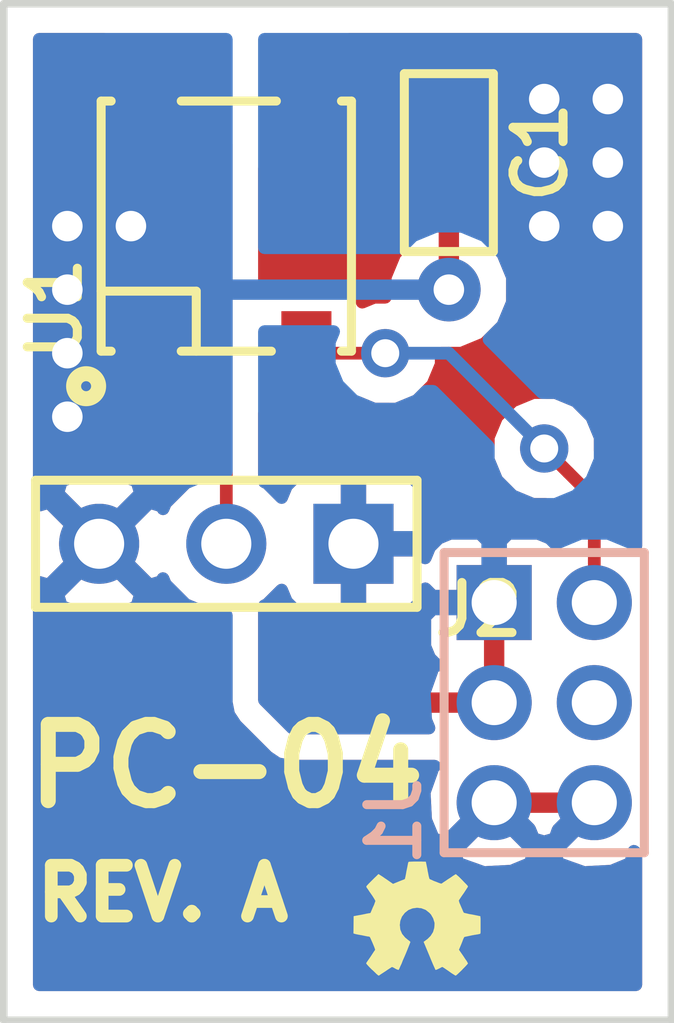
<source format=kicad_pcb>
(kicad_pcb (version 4) (host pcbnew "(2015-08-16 BZR 6095)-product")

  (general
    (links 0)
    (no_connects 8)
    (area 158.674999 93.269999 172.160001 113.740001)
    (thickness 1.6)
    (drawings 6)
    (tracks 44)
    (zones 0)
    (modules 5)
    (nets 6)
  )

  (page A4)
  (layers
    (0 F.Cu signal)
    (31 B.Cu signal)
    (32 B.Adhes user)
    (33 F.Adhes user)
    (34 B.Paste user)
    (35 F.Paste user)
    (36 B.SilkS user)
    (37 F.SilkS user)
    (38 B.Mask user)
    (39 F.Mask user)
    (40 Dwgs.User user)
    (41 Cmts.User user)
    (42 Eco1.User user)
    (43 Eco2.User user)
    (44 Edge.Cuts user)
    (45 Margin user)
    (46 B.CrtYd user)
    (47 F.CrtYd user)
    (48 B.Fab user)
    (49 F.Fab user)
  )

  (setup
    (last_trace_width 0.254)
    (trace_clearance 0.254)
    (zone_clearance 0.508)
    (zone_45_only no)
    (trace_min 0.2)
    (segment_width 0.2)
    (edge_width 0.15)
    (via_size 0.9652)
    (via_drill 0.5588)
    (via_min_size 0.4)
    (via_min_drill 0.3)
    (uvia_size 0.3)
    (uvia_drill 0.1)
    (uvias_allowed no)
    (uvia_min_size 0)
    (uvia_min_drill 0)
    (pcb_text_width 0.3)
    (pcb_text_size 1.5 1.5)
    (mod_edge_width 0.15)
    (mod_text_size 1 1)
    (mod_text_width 0.15)
    (pad_size 1.524 1.524)
    (pad_drill 0.762)
    (pad_to_mask_clearance 0.2)
    (aux_axis_origin 0 0)
    (visible_elements FFFFFF7F)
    (pcbplotparams
      (layerselection 0x00030_80000001)
      (usegerberextensions false)
      (excludeedgelayer true)
      (linewidth 0.100000)
      (plotframeref false)
      (viasonmask false)
      (mode 1)
      (useauxorigin false)
      (hpglpennumber 1)
      (hpglpenspeed 20)
      (hpglpendiameter 15)
      (hpglpenoverlay 2)
      (psnegative false)
      (psa4output false)
      (plotreference true)
      (plotvalue true)
      (plotinvisibletext false)
      (padsonsilk false)
      (subtractmaskfromsilk false)
      (outputformat 1)
      (mirror false)
      (drillshape 1)
      (scaleselection 1)
      (outputdirectory ""))
  )

  (net 0 "")
  (net 1 +5V)
  (net 2 GND)
  (net 3 "Net-(J1-Pad4)")
  (net 4 "Net-(J2-Pad2)")
  (net 5 "Net-(J1-Pad2)")

  (net_class Default "This is the default net class."
    (clearance 0.254)
    (trace_width 0.254)
    (via_dia 0.9652)
    (via_drill 0.5588)
    (uvia_dia 0.3)
    (uvia_drill 0.1)
    (add_net "Net-(J1-Pad2)")
    (add_net "Net-(J1-Pad4)")
    (add_net "Net-(J2-Pad2)")
  )

  (net_class Power ""
    (clearance 0.3048)
    (trace_width 0.4064)
    (via_dia 1.27)
    (via_drill 0.6096)
    (uvia_dia 0.3)
    (uvia_drill 0.1)
    (add_net +5V)
    (add_net GND)
  )

  (module SMT:C-0603 (layer F.Cu) (tedit 54F14543) (tstamp 55E602CC)
    (at 167.64 96.52 270)
    (descr "0603 (1608 metric)")
    (tags "smt 0603")
    (path /55E579A3)
    (fp_text reference C1 (at 0.889 -2.413 270) (layer F.SilkS)
      (effects (font (size 1 1) (thickness 0.18)) (justify left bottom))
    )
    (fp_text value CAP (at 0 2.032 270) (layer F.SilkS) hide
      (effects (font (size 1 1) (thickness 0.18)))
    )
    (fp_line (start -0.762 -0.381) (end 0.762 -0.381) (layer Dwgs.User) (width 0.05))
    (fp_line (start 0.762 -0.381) (end 0.762 0.381) (layer Dwgs.User) (width 0.05))
    (fp_line (start 0.762 0.381) (end -0.762 0.381) (layer Dwgs.User) (width 0.05))
    (fp_line (start -0.762 0.381) (end -0.762 -0.381) (layer Dwgs.User) (width 0.05))
    (fp_line (start -1.778 -0.889) (end 1.778 -0.889) (layer F.CrtYd) (width 0.05))
    (fp_line (start 1.778 -0.889) (end 1.778 0.889) (layer F.CrtYd) (width 0.05))
    (fp_line (start 1.778 0.889) (end -1.778 0.889) (layer F.CrtYd) (width 0.05))
    (fp_line (start -1.778 0.889) (end -1.778 -0.889) (layer F.CrtYd) (width 0.05))
    (fp_line (start -1.778 -0.889) (end 1.778 -0.889) (layer F.SilkS) (width 0.18))
    (fp_line (start 1.778 -0.889) (end 1.778 0.889) (layer F.SilkS) (width 0.18))
    (fp_line (start 1.778 0.889) (end -1.778 0.889) (layer F.SilkS) (width 0.18))
    (fp_line (start -1.778 0.889) (end -1.778 -0.889) (layer F.SilkS) (width 0.18))
    (pad 1 smd rect (at -0.85 0 270) (size 1.1 1) (layers F.Cu F.Paste F.Mask)
      (net 1 +5V))
    (pad 2 smd rect (at 0.85 0 270) (size 1.1 1) (layers F.Cu F.Paste F.Mask)
      (net 2 GND))
    (model smt.pretty/C-0603.wrl
      (at (xyz 0 0 0))
      (scale (xyz 1 1 0.8))
      (rotate (xyz 0 0 0))
    )
  )

  (module Conn-Header:2MM-HDR-M-2x03 (layer B.Cu) (tedit 55E53B2B) (tstamp 55E602DE)
    (at 169.545 107.315 90)
    (descr "Header - 2mm pitch - Male - Dual Row, Vertical, 6 pos.")
    (path /55E577B7)
    (fp_text reference J1 (at -1.397 -2.413 90) (layer B.SilkS)
      (effects (font (size 1 1) (thickness 0.18)) (justify left bottom mirror))
    )
    (fp_text value HEADER-2x03 (at 0 -3.81 90) (layer B.SilkS) hide
      (effects (font (size 1 1) (thickness 0.18)) (justify mirror))
    )
    (fp_line (start -3.5 2.5) (end 3.5 2.5) (layer B.CrtYd) (width 0.05))
    (fp_line (start 3.5 2.5) (end 3.5 -2.5) (layer B.CrtYd) (width 0.05))
    (fp_line (start 3.5 -2.5) (end -3.5 -2.5) (layer B.CrtYd) (width 0.05))
    (fp_line (start -3.5 -2.5) (end -3.5 2.5) (layer B.CrtYd) (width 0.05))
    (fp_line (start -3 -2) (end -3 2) (layer B.SilkS) (width 0.18))
    (fp_line (start 3 -2) (end -3 -2) (layer B.SilkS) (width 0.18))
    (fp_line (start 3 2) (end 3 -2) (layer B.SilkS) (width 0.18))
    (fp_line (start -3 2) (end 3 2) (layer B.SilkS) (width 0.18))
    (pad 1 thru_hole rect (at 2 -1 90) (size 1.5 1.5) (drill 0.9) (layers *.Cu *.Mask)
      (net 1 +5V))
    (pad 2 thru_hole circle (at 2 1 90) (size 1.5 1.5) (drill 0.9) (layers *.Cu *.Mask)
      (net 5 "Net-(J1-Pad2)"))
    (pad 3 thru_hole circle (at 0 -1 90) (size 1.5 1.5) (drill 0.9) (layers *.Cu *.Mask)
      (net 1 +5V))
    (pad 4 thru_hole circle (at 0 1 90) (size 1.5 1.5) (drill 0.9) (layers *.Cu *.Mask)
      (net 3 "Net-(J1-Pad4)"))
    (pad 5 thru_hole circle (at -2 -1 90) (size 1.5 1.5) (drill 0.9) (layers *.Cu *.Mask)
      (net 2 GND))
    (pad 6 thru_hole circle (at -2 1 90) (size 1.5 1.5) (drill 0.9) (layers *.Cu *.Mask)
      (net 2 GND))
  )

  (module Conn-Header:HDR-M-1x03 (layer F.Cu) (tedit 55027FFD) (tstamp 55E602ED)
    (at 163.195 104.14 180)
    (descr "Header - 100mil pitch - Male - Single Row, Vertical, 3 pos.")
    (path /55E57888)
    (fp_text reference J2 (at -4.064 -1.905 180) (layer F.SilkS)
      (effects (font (size 1 1) (thickness 0.18)) (justify left bottom))
    )
    (fp_text value HEADER-1x03 (at 0 2.667 180) (layer F.SilkS) hide
      (effects (font (size 1 1) (thickness 0.18)))
    )
    (fp_line (start -4.318 -1.778) (end 4.318 -1.778) (layer F.CrtYd) (width 0.05))
    (fp_line (start 4.318 -1.778) (end 4.318 1.778) (layer F.CrtYd) (width 0.05))
    (fp_line (start 4.318 1.778) (end -4.318 1.778) (layer F.CrtYd) (width 0.05))
    (fp_line (start -4.318 1.778) (end -4.318 -1.778) (layer F.CrtYd) (width 0.05))
    (fp_line (start -3.81 -1.27) (end 3.81 -1.27) (layer F.SilkS) (width 0.18))
    (fp_line (start 3.81 -1.27) (end 3.81 1.27) (layer F.SilkS) (width 0.18))
    (fp_line (start 3.81 1.27) (end -3.81 1.27) (layer F.SilkS) (width 0.18))
    (fp_line (start -3.81 1.27) (end -3.81 -1.27) (layer F.SilkS) (width 0.18))
    (pad 1 thru_hole rect (at -2.54 0 180) (size 1.6 1.6) (drill 1) (layers *.Cu *.Mask)
      (net 1 +5V))
    (pad 2 thru_hole circle (at 0 0 180) (size 1.6 1.6) (drill 1) (layers *.Cu *.Mask)
      (net 4 "Net-(J2-Pad2)"))
    (pad 3 thru_hole circle (at 2.54 0 180) (size 1.6 1.6) (drill 1) (layers *.Cu *.Mask)
      (net 2 GND))
    (model conn-header.pretty/HDR-M-1x03.wrl
      (at (xyz 0 0 0))
      (scale (xyz 1 1 1))
      (rotate (xyz 0 0 0))
    )
  )

  (module SMT:LED-5050 (layer F.Cu) (tedit 55999AC4) (tstamp 55E60304)
    (at 163.195 97.79 270)
    (path /55E5793D)
    (fp_text reference U1 (at 1.651 3.429 270) (layer F.SilkS)
      (effects (font (size 1 1) (thickness 0.18)))
    )
    (fp_text value WS2812B (at 0 3.9 270) (layer F.Fab) hide
      (effects (font (size 1 1) (thickness 0.18)))
    )
    (fp_line (start 2.5 0.6) (end 1.3 0.6) (layer F.SilkS) (width 0.18))
    (fp_line (start 1.3 0.6) (end 1.3 2.5) (layer F.SilkS) (width 0.18))
    (fp_line (start -3 -3) (end 3 -3) (layer F.CrtYd) (width 0.05))
    (fp_line (start 3 -3) (end 3 3) (layer F.CrtYd) (width 0.05))
    (fp_line (start 3 3) (end -3 3) (layer F.CrtYd) (width 0.05))
    (fp_line (start -3 3) (end -3 -3) (layer F.CrtYd) (width 0.05))
    (fp_circle (center 3.2 2.8) (end 3.3 2.8) (layer F.SilkS) (width 0.3))
    (fp_line (start 2.5 -2.3) (end 2.5 -2.5) (layer F.SilkS) (width 0.18))
    (fp_line (start 2.5 -2.5) (end -2.5 -2.5) (layer F.SilkS) (width 0.18))
    (fp_line (start -2.5 -2.5) (end -2.5 -2.3) (layer F.SilkS) (width 0.18))
    (fp_line (start 2.5 0.9) (end 2.5 -0.9) (layer F.SilkS) (width 0.18))
    (fp_line (start -2.5 2.5) (end 2.5 2.5) (layer F.SilkS) (width 0.18))
    (fp_line (start 2.5 2.5) (end 2.5 2.3) (layer F.SilkS) (width 0.18))
    (fp_line (start -2.5 2.5) (end -2.5 2.3) (layer F.SilkS) (width 0.18))
    (fp_line (start -2.5 -1) (end -2.5 0.9) (layer F.SilkS) (width 0.18))
    (pad 2 smd rect (at -2.45 1.6 270) (size 1.5 1) (layers F.Cu F.Paste F.Mask)
      (net 4 "Net-(J2-Pad2)"))
    (pad 3 smd rect (at 2.45 1.6 270) (size 1.5 1) (layers F.Cu F.Paste F.Mask)
      (net 2 GND))
    (pad 4 smd rect (at 2.45 -1.6 270) (size 1.5 1) (layers F.Cu F.Paste F.Mask)
      (net 5 "Net-(J1-Pad2)"))
    (pad 1 smd rect (at -2.45 -1.6 270) (size 1.5 1) (layers F.Cu F.Paste F.Mask)
      (net 1 +5V))
  )

  (module Symbols:LOGO-OSHW-100 (layer F.Cu) (tedit 55088668) (tstamp 55E60519)
    (at 167.005 111.76)
    (descr "Open Source Hardware Logo - 100mil wide")
    (fp_text reference LOGO-OSHW-100 (at 0 -2.1336) (layer Dwgs.User) hide
      (effects (font (size 1 1) (thickness 0.18)))
    )
    (fp_text value OSHW (at 0 1.9304) (layer Dwgs.User) hide
      (effects (font (size 1 1) (thickness 0.18)))
    )
    (fp_poly (pts (xy -0.76962 1.01092) (xy -0.75438 1.00584) (xy -0.72644 0.98552) (xy -0.68326 0.95758)
      (xy -0.63246 0.92456) (xy -0.5842 0.89154) (xy -0.54102 0.8636) (xy -0.51308 0.84582)
      (xy -0.50038 0.8382) (xy -0.4953 0.84074) (xy -0.4699 0.8509) (xy -0.43434 0.87122)
      (xy -0.41656 0.88138) (xy -0.38354 0.89408) (xy -0.3683 0.89662) (xy -0.36576 0.89154)
      (xy -0.35306 0.86868) (xy -0.33528 0.8255) (xy -0.30988 0.77216) (xy -0.28448 0.70612)
      (xy -0.254 0.63754) (xy -0.22352 0.56642) (xy -0.19558 0.49784) (xy -0.17272 0.43942)
      (xy -0.1524 0.38862) (xy -0.1397 0.3556) (xy -0.13462 0.34036) (xy -0.13462 0.33782)
      (xy -0.1524 0.32004) (xy -0.18034 0.29972) (xy -0.23876 0.25146) (xy -0.29972 0.1778)
      (xy -0.33528 0.09398) (xy -0.34544 0) (xy -0.33528 -0.08382) (xy -0.30226 -0.16764)
      (xy -0.24384 -0.24384) (xy -0.17272 -0.29972) (xy -0.09144 -0.33274) (xy 0 -0.34544)
      (xy 0.08636 -0.33528) (xy 0.17272 -0.30226) (xy 0.24638 -0.24384) (xy 0.2794 -0.20828)
      (xy 0.32258 -0.13208) (xy 0.34798 -0.0508) (xy 0.35052 -0.03048) (xy 0.34544 0.05588)
      (xy 0.32004 0.14224) (xy 0.27178 0.21844) (xy 0.20828 0.28194) (xy 0.20066 0.28702)
      (xy 0.17018 0.30988) (xy 0.14986 0.32512) (xy 0.13208 0.33782) (xy 0.24638 0.61214)
      (xy 0.26416 0.65532) (xy 0.29464 0.72898) (xy 0.32258 0.79502) (xy 0.34544 0.84582)
      (xy 0.36068 0.87884) (xy 0.36576 0.89408) (xy 0.3683 0.89408) (xy 0.37846 0.89662)
      (xy 0.39878 0.889) (xy 0.43688 0.87122) (xy 0.46228 0.85852) (xy 0.49022 0.84328)
      (xy 0.50292 0.8382) (xy 0.51562 0.84328) (xy 0.54356 0.86106) (xy 0.5842 0.889)
      (xy 0.63246 0.92202) (xy 0.67818 0.95504) (xy 0.72136 0.98298) (xy 0.75438 1.0033)
      (xy 0.76708 1.01092) (xy 0.76962 1.01092) (xy 0.78486 1.0033) (xy 0.80772 0.98298)
      (xy 0.84582 0.94742) (xy 0.89916 0.89662) (xy 0.90678 0.88646) (xy 0.94996 0.84328)
      (xy 0.98552 0.80518) (xy 1.00838 0.77978) (xy 1.016 0.76708) (xy 1.016 0.76708)
      (xy 1.00838 0.75438) (xy 0.9906 0.72136) (xy 0.96012 0.67818) (xy 0.9271 0.62738)
      (xy 0.83566 0.4953) (xy 0.88646 0.37338) (xy 0.9017 0.33528) (xy 0.91948 0.28702)
      (xy 0.93472 0.254) (xy 0.94234 0.2413) (xy 0.95504 0.23622) (xy 0.9906 0.2286)
      (xy 1.03886 0.21844) (xy 1.09728 0.20574) (xy 1.15316 0.19558) (xy 1.20396 0.18796)
      (xy 1.24206 0.18034) (xy 1.2573 0.17526) (xy 1.26238 0.17526) (xy 1.26492 0.1651)
      (xy 1.26746 0.14986) (xy 1.26746 0.11938) (xy 1.26746 0.07112) (xy 1.26746 0)
      (xy 1.26746 -0.00508) (xy 1.26746 -0.07112) (xy 1.26746 -0.12446) (xy 1.26492 -0.16002)
      (xy 1.26238 -0.17526) (xy 1.26238 -0.17526) (xy 1.24714 -0.1778) (xy 1.21158 -0.18542)
      (xy 1.16078 -0.19558) (xy 1.09982 -0.20828) (xy 1.09728 -0.20828) (xy 1.03632 -0.21844)
      (xy 0.98552 -0.23114) (xy 0.94996 -0.23876) (xy 0.93472 -0.24384) (xy 0.93218 -0.24638)
      (xy 0.91948 -0.26924) (xy 0.90424 -0.30734) (xy 0.88392 -0.35306) (xy 0.8636 -0.40132)
      (xy 0.84582 -0.44196) (xy 0.83566 -0.47498) (xy 0.83312 -0.48768) (xy 0.83312 -0.49022)
      (xy 0.84074 -0.50292) (xy 0.86106 -0.5334) (xy 0.89154 -0.57912) (xy 0.9271 -0.62992)
      (xy 0.92964 -0.63246) (xy 0.96266 -0.68326) (xy 0.9906 -0.72644) (xy 1.01092 -0.75692)
      (xy 1.016 -0.77216) (xy 1.016 -0.77216) (xy 1.00584 -0.7874) (xy 0.98044 -0.81534)
      (xy 0.94234 -0.85344) (xy 0.89916 -0.89916) (xy 0.88392 -0.9144) (xy 0.83566 -0.96266)
      (xy 0.8001 -0.99314) (xy 0.77978 -1.01092) (xy 0.76962 -1.01346) (xy 0.76962 -1.01346)
      (xy 0.75438 -1.0033) (xy 0.72136 -0.98298) (xy 0.67818 -0.9525) (xy 0.62738 -0.91948)
      (xy 0.6223 -0.91694) (xy 0.5715 -0.88138) (xy 0.52832 -0.85344) (xy 0.50038 -0.83312)
      (xy 0.48514 -0.8255) (xy 0.48514 -0.8255) (xy 0.46228 -0.83058) (xy 0.42672 -0.84328)
      (xy 0.38354 -0.86106) (xy 0.33528 -0.87884) (xy 0.2921 -0.89916) (xy 0.26162 -0.91186)
      (xy 0.24638 -0.92202) (xy 0.24638 -0.92202) (xy 0.2413 -0.9398) (xy 0.23114 -0.9779)
      (xy 0.22098 -1.03124) (xy 0.20828 -1.0922) (xy 0.20828 -1.10236) (xy 0.19558 -1.16332)
      (xy 0.18542 -1.21412) (xy 0.1778 -1.24714) (xy 0.17526 -1.26238) (xy 0.16764 -1.26492)
      (xy 0.13716 -1.26492) (xy 0.09144 -1.26746) (xy 0.0381 -1.26746) (xy -0.01778 -1.26746)
      (xy -0.07366 -1.26746) (xy -0.12192 -1.26492) (xy -0.15748 -1.26238) (xy -0.17018 -1.25984)
      (xy -0.17018 -1.25984) (xy -0.1778 -1.23952) (xy -0.18542 -1.20142) (xy -0.19558 -1.14808)
      (xy -0.20828 -1.08712) (xy -0.21082 -1.07696) (xy -0.22098 -1.016) (xy -0.23114 -0.9652)
      (xy -0.23876 -0.93218) (xy -0.2413 -0.91948) (xy -0.24892 -0.9144) (xy -0.27178 -0.90424)
      (xy -0.31242 -0.889) (xy -0.36322 -0.86868) (xy -0.48006 -0.82042) (xy -0.6223 -0.91948)
      (xy -0.635 -0.9271) (xy -0.6858 -0.96266) (xy -0.72898 -0.9906) (xy -0.75692 -1.00838)
      (xy -0.76962 -1.016) (xy -0.77216 -1.016) (xy -0.78486 -1.0033) (xy -0.8128 -0.97536)
      (xy -0.8509 -0.9398) (xy -0.89662 -0.89408) (xy -0.92964 -0.86106) (xy -0.97028 -0.82042)
      (xy -0.99314 -0.79502) (xy -1.00838 -0.77724) (xy -1.01346 -0.76708) (xy -1.01092 -0.75946)
      (xy -1.0033 -0.74422) (xy -0.98044 -0.71374) (xy -0.9525 -0.67056) (xy -0.91694 -0.61976)
      (xy -0.889 -0.57912) (xy -0.85852 -0.53086) (xy -0.8382 -0.4953) (xy -0.83058 -0.48006)
      (xy -0.83312 -0.47244) (xy -0.84328 -0.4445) (xy -0.85852 -0.40132) (xy -0.88138 -0.35306)
      (xy -0.92964 -0.23876) (xy -1.0033 -0.22606) (xy -1.04902 -0.2159) (xy -1.11252 -0.2032)
      (xy -1.17094 -0.19304) (xy -1.26492 -0.17526) (xy -1.27 0.16764) (xy -1.25476 0.17272)
      (xy -1.23952 0.1778) (xy -1.2065 0.18542) (xy -1.1557 0.19558) (xy -1.09728 0.20574)
      (xy -1.04902 0.2159) (xy -0.99822 0.22606) (xy -0.96266 0.23114) (xy -0.94488 0.23622)
      (xy -0.94234 0.2413) (xy -0.92964 0.26416) (xy -0.91186 0.3048) (xy -0.89154 0.35052)
      (xy -0.87122 0.39878) (xy -0.85344 0.44196) (xy -0.84074 0.47752) (xy -0.83566 0.4953)
      (xy -0.84328 0.508) (xy -0.8636 0.53594) (xy -0.89154 0.57912) (xy -0.92456 0.62992)
      (xy -0.95758 0.67818) (xy -0.98806 0.72136) (xy -1.00838 0.75184) (xy -1.016 0.76708)
      (xy -1.01092 0.7747) (xy -0.9906 0.8001) (xy -0.95504 0.8382) (xy -0.89916 0.89408)
      (xy -0.889 0.9017) (xy -0.84328 0.94488) (xy -0.80772 0.98044) (xy -0.77978 1.0033)
      (xy -0.76962 1.01092)) (layer F.SilkS) (width 0.00254))
  )

  (gr_text "REV. A" (at 161.925 111.125) (layer F.SilkS)
    (effects (font (size 1.016 1.016) (thickness 0.254)))
  )
  (gr_text PC-04 (at 163.195 108.585) (layer F.SilkS)
    (effects (font (thickness 0.3)))
  )
  (gr_line (start 158.75 93.345) (end 158.75 113.665) (layer Edge.Cuts) (width 0.15))
  (gr_line (start 172.085 93.345) (end 158.75 93.345) (layer Edge.Cuts) (width 0.15))
  (gr_line (start 172.085 113.665) (end 172.085 93.345) (layer Edge.Cuts) (width 0.15))
  (gr_line (start 158.75 113.665) (end 172.085 113.665) (layer Edge.Cuts) (width 0.15))

  (segment (start 170.815 96.52) (end 170.815 95.25) (width 0.4064) (layer B.Cu) (net 1))
  (via (at 170.815 95.25) (size 1.27) (drill 0.6096) (layers F.Cu B.Cu) (net 1))
  (segment (start 170.815 97.79) (end 170.815 96.52) (width 0.4064) (layer F.Cu) (net 1))
  (via (at 170.815 96.52) (size 1.27) (drill 0.6096) (layers F.Cu B.Cu) (net 1))
  (segment (start 169.545 97.79) (end 170.815 97.79) (width 0.4064) (layer B.Cu) (net 1))
  (via (at 170.815 97.79) (size 1.27) (drill 0.6096) (layers F.Cu B.Cu) (net 1))
  (segment (start 169.545 96.52) (end 169.545 97.79) (width 0.4064) (layer F.Cu) (net 1))
  (via (at 169.545 97.79) (size 1.27) (drill 0.6096) (layers F.Cu B.Cu) (net 1))
  (segment (start 169.545 95.25) (end 169.545 96.52) (width 0.4064) (layer B.Cu) (net 1))
  (via (at 169.545 96.52) (size 1.27) (drill 0.6096) (layers F.Cu B.Cu) (net 1))
  (segment (start 167.64 95.67) (end 169.125 95.67) (width 0.4064) (layer F.Cu) (net 1))
  (segment (start 169.125 95.67) (end 169.545 95.25) (width 0.4064) (layer F.Cu) (net 1))
  (via (at 169.545 95.25) (size 1.27) (drill 0.6096) (layers F.Cu B.Cu) (net 1))
  (segment (start 168.545 107.315) (end 168.545 105.315) (width 0.4064) (layer F.Cu) (net 1))
  (segment (start 168.545 107.315) (end 166.37 107.315) (width 0.4064) (layer F.Cu) (net 1))
  (segment (start 160.02 100.33) (end 160.02 101.6) (width 0.4064) (layer F.Cu) (net 2))
  (via (at 160.02 101.6) (size 1.27) (drill 0.6096) (layers F.Cu B.Cu) (net 2))
  (segment (start 160.02 97.79) (end 161.29 97.79) (width 0.4064) (layer B.Cu) (net 2))
  (via (at 161.29 97.79) (size 1.27) (drill 0.6096) (layers F.Cu B.Cu) (net 2))
  (segment (start 160.02 99.06) (end 160.02 97.79) (width 0.4064) (layer F.Cu) (net 2))
  (via (at 160.02 97.79) (size 1.27) (drill 0.6096) (layers F.Cu B.Cu) (net 2))
  (segment (start 160.02 100.33) (end 160.02 99.06) (width 0.4064) (layer B.Cu) (net 2))
  (via (at 160.02 99.06) (size 1.27) (drill 0.6096) (layers F.Cu B.Cu) (net 2))
  (segment (start 161.595 100.24) (end 160.11 100.24) (width 0.4064) (layer F.Cu) (net 2))
  (segment (start 160.11 100.24) (end 160.02 100.33) (width 0.4064) (layer F.Cu) (net 2))
  (via (at 160.02 100.33) (size 1.27) (drill 0.6096) (layers F.Cu B.Cu) (net 2))
  (segment (start 167.64 99.06) (end 162.56 99.06) (width 0.4064) (layer B.Cu) (net 2))
  (segment (start 167.64 97.37) (end 167.64 99.06) (width 0.4064) (layer F.Cu) (net 2))
  (via (at 167.64 99.06) (size 1.27) (drill 0.6096) (layers F.Cu B.Cu) (net 2))
  (segment (start 170.545 109.315) (end 168.545 109.315) (width 0.4064) (layer F.Cu) (net 2))
  (segment (start 161.595 95.34) (end 162.349 95.34) (width 0.254) (layer F.Cu) (net 4))
  (segment (start 162.349 95.34) (end 163.195 96.186) (width 0.254) (layer F.Cu) (net 4))
  (segment (start 163.195 96.186) (end 163.195 96.52) (width 0.254) (layer F.Cu) (net 4))
  (segment (start 163.195 104.14) (end 163.195 96.52) (width 0.254) (layer F.Cu) (net 4))
  (segment (start 170.545 103.235012) (end 170.027599 102.717611) (width 0.254) (layer F.Cu) (net 5))
  (segment (start 170.027599 102.717611) (end 169.545 102.235012) (width 0.254) (layer F.Cu) (net 5))
  (segment (start 170.545 105.315) (end 170.545 103.235012) (width 0.254) (layer F.Cu) (net 5))
  (segment (start 169.062401 101.752413) (end 169.545 102.235012) (width 0.254) (layer B.Cu) (net 5))
  (segment (start 167.639988 100.33) (end 169.062401 101.752413) (width 0.254) (layer B.Cu) (net 5))
  (segment (start 166.37 100.33) (end 167.639988 100.33) (width 0.254) (layer B.Cu) (net 5))
  (via (at 169.545 102.235012) (size 0.9652) (drill 0.5588) (layers F.Cu B.Cu) (net 5))
  (segment (start 166.37 100.33) (end 164.885 100.33) (width 0.254) (layer F.Cu) (net 5))
  (segment (start 164.885 100.33) (end 164.795 100.24) (width 0.254) (layer F.Cu) (net 5))
  (via (at 166.37 100.33) (size 0.9652) (drill 0.5588) (layers F.Cu B.Cu) (net 5))

  (zone (net 2) (net_name GND) (layer B.Cu) (tstamp 0) (hatch edge 0.508)
    (connect_pads (clearance 0.508))
    (min_thickness 0.254)
    (fill yes (arc_segments 16) (thermal_gap 0.508) (thermal_bridge_width 0.508))
    (polygon
      (pts
        (xy 172.085 113.665) (xy 158.75 113.665) (xy 158.75 93.345) (xy 172.085 93.345)
      )
    )
    (filled_polygon
      (pts
        (xy 163.195 102.705) (xy 162.910813 102.704752) (xy 162.3832 102.922757) (xy 161.979176 103.326077) (xy 161.931552 103.440768)
        (xy 161.908864 103.385995) (xy 161.662745 103.311861) (xy 160.834605 104.14) (xy 161.662745 104.968139) (xy 161.908864 104.894005)
        (xy 161.929805 104.835746) (xy 161.977757 104.9518) (xy 162.381077 105.355824) (xy 162.908309 105.57475) (xy 163.195 105.575)
        (xy 163.195 107.315) (xy 163.241672 107.553946) (xy 163.380987 107.764013) (xy 164.015987 108.399013) (xy 164.217949 108.534971)
        (xy 164.465 108.585) (xy 167.354076 108.585) (xy 167.33254 108.591077) (xy 167.147799 109.110171) (xy 167.17577 109.660448)
        (xy 167.33254 110.038923) (xy 167.573483 110.106912) (xy 168.365395 109.315) (xy 168.351253 109.300858) (xy 168.530858 109.121253)
        (xy 168.545 109.135395) (xy 168.559143 109.121253) (xy 168.738748 109.300858) (xy 168.724605 109.315) (xy 169.250524 109.840919)
        (xy 169.33254 110.038923) (xy 169.494123 110.084518) (xy 169.516517 110.106912) (xy 169.545 110.098875) (xy 169.573483 110.106912)
        (xy 169.595877 110.084518) (xy 169.75746 110.038923) (xy 169.821547 109.858848) (xy 170.365395 109.315) (xy 170.351253 109.300858)
        (xy 170.530858 109.121253) (xy 170.545 109.135395) (xy 170.559143 109.121253) (xy 170.738748 109.300858) (xy 170.724605 109.315)
        (xy 170.738748 109.329143) (xy 170.559143 109.508748) (xy 170.545 109.494605) (xy 169.753088 110.286517) (xy 169.821077 110.52746)
        (xy 170.340171 110.712201) (xy 170.890448 110.68423) (xy 171.268923 110.52746) (xy 171.336911 110.286519) (xy 171.375 110.324608)
        (xy 171.375 112.955) (xy 159.46 112.955) (xy 159.46 110.286517) (xy 167.753088 110.286517) (xy 167.821077 110.52746)
        (xy 168.340171 110.712201) (xy 168.890448 110.68423) (xy 169.268923 110.52746) (xy 169.336912 110.286517) (xy 168.545 109.494605)
        (xy 167.753088 110.286517) (xy 159.46 110.286517) (xy 159.46 105.147745) (xy 159.826861 105.147745) (xy 159.900995 105.393864)
        (xy 160.438223 105.586965) (xy 161.008454 105.559778) (xy 161.409005 105.393864) (xy 161.483139 105.147745) (xy 160.655 104.319605)
        (xy 159.826861 105.147745) (xy 159.46 105.147745) (xy 159.46 104.911736) (xy 159.647255 104.968139) (xy 160.475395 104.14)
        (xy 159.647255 103.311861) (xy 159.46 103.368264) (xy 159.46 103.132255) (xy 159.826861 103.132255) (xy 160.655 103.960395)
        (xy 161.483139 103.132255) (xy 161.409005 102.886136) (xy 160.871777 102.693035) (xy 160.301546 102.720222) (xy 159.900995 102.886136)
        (xy 159.826861 103.132255) (xy 159.46 103.132255) (xy 159.46 94.055) (xy 163.195 94.055)
      )
    )
  )
  (zone (net 2) (net_name GND) (layer F.Cu) (tstamp 0) (hatch edge 0.508)
    (connect_pads (clearance 0.508))
    (min_thickness 0.254)
    (fill yes (arc_segments 16) (thermal_gap 0.508) (thermal_bridge_width 0.508))
    (polygon
      (pts
        (xy 158.75 93.345) (xy 172.085 93.345) (xy 172.085 113.665) (xy 158.75 113.665)
      )
    )
    (filled_polygon
      (pts
        (xy 160.643559 94.12591) (xy 160.498569 94.33811) (xy 160.44756 94.59) (xy 160.44756 96.09) (xy 160.491838 96.325317)
        (xy 160.63091 96.541441) (xy 160.84311 96.686431) (xy 161.095 96.73744) (xy 162.095 96.73744) (xy 162.330317 96.693162)
        (xy 162.433 96.627087) (xy 162.433 98.942685) (xy 162.22131 98.855) (xy 161.88075 98.855) (xy 161.722 99.01375)
        (xy 161.722 100.113) (xy 161.742 100.113) (xy 161.742 100.367) (xy 161.722 100.367) (xy 161.722 101.46625)
        (xy 161.88075 101.625) (xy 162.22131 101.625) (xy 162.433 101.537315) (xy 162.433 102.90218) (xy 162.3832 102.922757)
        (xy 161.979176 103.326077) (xy 161.931552 103.440768) (xy 161.908864 103.385995) (xy 161.662745 103.311861) (xy 160.834605 104.14)
        (xy 161.662745 104.968139) (xy 161.908864 104.894005) (xy 161.929805 104.835746) (xy 161.977757 104.9518) (xy 162.381077 105.355824)
        (xy 162.908309 105.57475) (xy 163.195 105.575) (xy 163.195 107.315) (xy 163.241672 107.553946) (xy 163.380987 107.764013)
        (xy 164.015987 108.399013) (xy 164.217949 108.534971) (xy 164.465 108.585) (xy 167.354076 108.585) (xy 167.33254 108.591077)
        (xy 167.147799 109.110171) (xy 167.17577 109.660448) (xy 167.33254 110.038923) (xy 167.573483 110.106912) (xy 168.365395 109.315)
        (xy 168.351253 109.300858) (xy 168.530858 109.121253) (xy 168.545 109.135395) (xy 168.559143 109.121253) (xy 168.738748 109.300858)
        (xy 168.724605 109.315) (xy 169.250524 109.840919) (xy 169.33254 110.038923) (xy 169.494123 110.084518) (xy 169.516517 110.106912)
        (xy 169.545 110.098875) (xy 169.573483 110.106912) (xy 169.595877 110.084518) (xy 169.75746 110.038923) (xy 169.821547 109.858848)
        (xy 170.365395 109.315) (xy 170.351253 109.300858) (xy 170.530858 109.121253) (xy 170.545 109.135395) (xy 170.559143 109.121253)
        (xy 170.738748 109.300858) (xy 170.724605 109.315) (xy 170.738748 109.329143) (xy 170.559143 109.508748) (xy 170.545 109.494605)
        (xy 169.753088 110.286517) (xy 169.821077 110.52746) (xy 170.340171 110.712201) (xy 170.890448 110.68423) (xy 171.268923 110.52746)
        (xy 171.336911 110.286519) (xy 171.375 110.324608) (xy 171.375 112.955) (xy 159.46 112.955) (xy 159.46 110.286517)
        (xy 167.753088 110.286517) (xy 167.821077 110.52746) (xy 168.340171 110.712201) (xy 168.890448 110.68423) (xy 169.268923 110.52746)
        (xy 169.336912 110.286517) (xy 168.545 109.494605) (xy 167.753088 110.286517) (xy 159.46 110.286517) (xy 159.46 105.147745)
        (xy 159.826861 105.147745) (xy 159.900995 105.393864) (xy 160.438223 105.586965) (xy 161.008454 105.559778) (xy 161.409005 105.393864)
        (xy 161.483139 105.147745) (xy 160.655 104.319605) (xy 159.826861 105.147745) (xy 159.46 105.147745) (xy 159.46 104.911736)
        (xy 159.647255 104.968139) (xy 160.475395 104.14) (xy 159.647255 103.311861) (xy 159.46 103.368264) (xy 159.46 103.132255)
        (xy 159.826861 103.132255) (xy 160.655 103.960395) (xy 161.483139 103.132255) (xy 161.409005 102.886136) (xy 160.871777 102.693035)
        (xy 160.301546 102.720222) (xy 159.900995 102.886136) (xy 159.826861 103.132255) (xy 159.46 103.132255) (xy 159.46 100.52575)
        (xy 160.46 100.52575) (xy 160.46 101.116309) (xy 160.556673 101.349698) (xy 160.735301 101.528327) (xy 160.96869 101.625)
        (xy 161.30925 101.625) (xy 161.468 101.46625) (xy 161.468 100.367) (xy 160.61875 100.367) (xy 160.46 100.52575)
        (xy 159.46 100.52575) (xy 159.46 99.363691) (xy 160.46 99.363691) (xy 160.46 99.95425) (xy 160.61875 100.113)
        (xy 161.468 100.113) (xy 161.468 99.01375) (xy 161.30925 98.855) (xy 160.96869 98.855) (xy 160.735301 98.951673)
        (xy 160.556673 99.130302) (xy 160.46 99.363691) (xy 159.46 99.363691) (xy 159.46 94.055) (xy 160.753756 94.055)
      )
    )
  )
  (zone (net 1) (net_name +5V) (layer F.Cu) (tstamp 0) (hatch edge 0.508)
    (priority 2)
    (connect_pads (clearance 0.508))
    (min_thickness 0.254)
    (fill yes (arc_segments 16) (thermal_gap 0.508) (thermal_bridge_width 0.508))
    (polygon
      (pts
        (xy 163.83 93.345) (xy 172.085 93.345) (xy 172.085 107.95) (xy 164.465 107.95) (xy 163.83 107.315)
      )
    )
    (filled_polygon
      (pts
        (xy 171.375 104.186053) (xy 171.330564 104.141539) (xy 171.307 104.131754) (xy 171.307 103.235012) (xy 171.296438 103.181915)
        (xy 171.248997 102.943408) (xy 171.083816 102.696197) (xy 170.662566 102.274947) (xy 170.662793 102.013683) (xy 170.493008 101.60277)
        (xy 170.178896 101.288109) (xy 169.76828 101.117606) (xy 169.323671 101.117219) (xy 168.912758 101.287004) (xy 168.598097 101.601116)
        (xy 168.427594 102.011732) (xy 168.427207 102.456341) (xy 168.596992 102.867254) (xy 168.911104 103.181915) (xy 169.32172 103.352418)
        (xy 169.585005 103.352647) (xy 169.783 103.550643) (xy 169.783 104.131279) (xy 169.766233 104.138207) (xy 169.654699 104.026673)
        (xy 169.42131 103.93) (xy 168.83075 103.93) (xy 168.672 104.08875) (xy 168.672 105.188) (xy 168.692 105.188)
        (xy 168.692 105.442) (xy 168.672 105.442) (xy 168.672 105.462) (xy 168.418 105.462) (xy 168.418 105.442)
        (xy 167.31875 105.442) (xy 167.16 105.60075) (xy 167.16 106.191309) (xy 167.256673 106.424698) (xy 167.403132 106.571158)
        (xy 167.33254 106.591077) (xy 167.147799 107.110171) (xy 167.17577 107.660448) (xy 167.243101 107.823) (xy 164.517606 107.823)
        (xy 163.957 107.262394) (xy 163.957 105.37782) (xy 164.0068 105.357243) (xy 164.3 105.064554) (xy 164.3 105.06631)
        (xy 164.396673 105.299699) (xy 164.575302 105.478327) (xy 164.808691 105.575) (xy 165.44925 105.575) (xy 165.608 105.41625)
        (xy 165.608 104.267) (xy 165.862 104.267) (xy 165.862 105.41625) (xy 166.02075 105.575) (xy 166.661309 105.575)
        (xy 166.894698 105.478327) (xy 167.073327 105.299699) (xy 167.17 105.06631) (xy 167.17 105.03925) (xy 167.31875 105.188)
        (xy 168.418 105.188) (xy 168.418 104.08875) (xy 168.25925 103.93) (xy 167.66869 103.93) (xy 167.435301 104.026673)
        (xy 167.256673 104.205302) (xy 167.166719 104.422469) (xy 167.01125 104.267) (xy 165.862 104.267) (xy 165.608 104.267)
        (xy 165.588 104.267) (xy 165.588 104.013) (xy 165.608 104.013) (xy 165.608 102.86375) (xy 165.862 102.86375)
        (xy 165.862 104.013) (xy 167.01125 104.013) (xy 167.17 103.85425) (xy 167.17 103.21369) (xy 167.073327 102.980301)
        (xy 166.894698 102.801673) (xy 166.661309 102.705) (xy 166.02075 102.705) (xy 165.862 102.86375) (xy 165.608 102.86375)
        (xy 165.44925 102.705) (xy 164.808691 102.705) (xy 164.575302 102.801673) (xy 164.396673 102.980301) (xy 164.3 103.21369)
        (xy 164.3 103.215761) (xy 164.008923 102.924176) (xy 163.957 102.902616) (xy 163.957 101.527595) (xy 164.04311 101.586431)
        (xy 164.295 101.63744) (xy 165.295 101.63744) (xy 165.530317 101.593162) (xy 165.746441 101.45409) (xy 165.838466 101.319407)
        (xy 166.14672 101.447406) (xy 166.591329 101.447793) (xy 167.002242 101.278008) (xy 167.316903 100.963896) (xy 167.487406 100.55328)
        (xy 167.4876 100.329867) (xy 167.89151 100.33022) (xy 168.358458 100.137282) (xy 168.716026 99.780337) (xy 168.909779 99.313727)
        (xy 168.91022 98.80849) (xy 168.717282 98.341542) (xy 168.659834 98.283994) (xy 168.736431 98.17189) (xy 168.78744 97.92)
        (xy 168.78744 96.82) (xy 168.743162 96.584683) (xy 168.702461 96.521432) (xy 168.775 96.346309) (xy 168.775 95.95575)
        (xy 168.61625 95.797) (xy 167.767 95.797) (xy 167.767 95.817) (xy 167.513 95.817) (xy 167.513 95.797)
        (xy 166.66375 95.797) (xy 166.505 95.95575) (xy 166.505 96.346309) (xy 166.576755 96.519541) (xy 166.543569 96.56811)
        (xy 166.49256 96.82) (xy 166.49256 97.92) (xy 166.536838 98.155317) (xy 166.619679 98.284055) (xy 166.563974 98.339663)
        (xy 166.370221 98.806273) (xy 166.369867 99.2124) (xy 166.148671 99.212207) (xy 165.908817 99.311312) (xy 165.898162 99.254683)
        (xy 165.75909 99.038559) (xy 165.54689 98.893569) (xy 165.295 98.84256) (xy 164.295 98.84256) (xy 164.059683 98.886838)
        (xy 163.957 98.952913) (xy 163.957 96.637315) (xy 164.16869 96.725) (xy 164.50925 96.725) (xy 164.668 96.56625)
        (xy 164.668 95.467) (xy 164.922 95.467) (xy 164.922 96.56625) (xy 165.08075 96.725) (xy 165.42131 96.725)
        (xy 165.654699 96.628327) (xy 165.833327 96.449698) (xy 165.93 96.216309) (xy 165.93 95.62575) (xy 165.77125 95.467)
        (xy 164.922 95.467) (xy 164.668 95.467) (xy 164.648 95.467) (xy 164.648 95.213) (xy 164.668 95.213)
        (xy 164.668 95.193) (xy 164.922 95.193) (xy 164.922 95.213) (xy 165.77125 95.213) (xy 165.93 95.05425)
        (xy 165.93 94.993691) (xy 166.505 94.993691) (xy 166.505 95.38425) (xy 166.66375 95.543) (xy 167.513 95.543)
        (xy 167.513 94.64375) (xy 167.767 94.64375) (xy 167.767 95.543) (xy 168.61625 95.543) (xy 168.775 95.38425)
        (xy 168.775 94.993691) (xy 168.678327 94.760302) (xy 168.499699 94.581673) (xy 168.26631 94.485) (xy 167.92575 94.485)
        (xy 167.767 94.64375) (xy 167.513 94.64375) (xy 167.35425 94.485) (xy 167.01369 94.485) (xy 166.780301 94.581673)
        (xy 166.601673 94.760302) (xy 166.505 94.993691) (xy 165.93 94.993691) (xy 165.93 94.463691) (xy 165.833327 94.230302)
        (xy 165.658026 94.055) (xy 171.375 94.055)
      )
    )
    (filled_polygon
      (pts
        (xy 168.738748 107.300858) (xy 168.724605 107.315) (xy 168.738748 107.329143) (xy 168.559143 107.508748) (xy 168.545 107.494605)
        (xy 168.530858 107.508748) (xy 168.351253 107.329143) (xy 168.365395 107.315) (xy 168.351253 107.300858) (xy 168.530858 107.121253)
        (xy 168.545 107.135395) (xy 168.559143 107.121253)
      )
    )
  )
  (zone (net 1) (net_name +5V) (layer B.Cu) (tstamp 0) (hatch edge 0.508)
    (priority 2)
    (connect_pads (clearance 0.508))
    (min_thickness 0.254)
    (fill yes (arc_segments 16) (thermal_gap 0.508) (thermal_bridge_width 0.508))
    (polygon
      (pts
        (xy 172.085 93.345) (xy 163.83 93.345) (xy 163.83 107.315) (xy 164.465 107.95) (xy 172.085 107.95)
      )
    )
    (filled_polygon
      (pts
        (xy 171.375 104.186053) (xy 171.330564 104.141539) (xy 170.821702 103.930241) (xy 170.270715 103.92976) (xy 169.766233 104.138207)
        (xy 169.654699 104.026673) (xy 169.42131 103.93) (xy 168.83075 103.93) (xy 168.672 104.08875) (xy 168.672 105.188)
        (xy 168.692 105.188) (xy 168.692 105.442) (xy 168.672 105.442) (xy 168.672 105.462) (xy 168.418 105.462)
        (xy 168.418 105.442) (xy 167.31875 105.442) (xy 167.16 105.60075) (xy 167.16 106.191309) (xy 167.256673 106.424698)
        (xy 167.403132 106.571158) (xy 167.33254 106.591077) (xy 167.147799 107.110171) (xy 167.17577 107.660448) (xy 167.243101 107.823)
        (xy 164.517606 107.823) (xy 163.957 107.262394) (xy 163.957 105.37782) (xy 164.0068 105.357243) (xy 164.3 105.064554)
        (xy 164.3 105.06631) (xy 164.396673 105.299699) (xy 164.575302 105.478327) (xy 164.808691 105.575) (xy 165.44925 105.575)
        (xy 165.608 105.41625) (xy 165.608 104.267) (xy 165.862 104.267) (xy 165.862 105.41625) (xy 166.02075 105.575)
        (xy 166.661309 105.575) (xy 166.894698 105.478327) (xy 167.073327 105.299699) (xy 167.17 105.06631) (xy 167.17 105.03925)
        (xy 167.31875 105.188) (xy 168.418 105.188) (xy 168.418 104.08875) (xy 168.25925 103.93) (xy 167.66869 103.93)
        (xy 167.435301 104.026673) (xy 167.256673 104.205302) (xy 167.166719 104.422469) (xy 167.01125 104.267) (xy 165.862 104.267)
        (xy 165.608 104.267) (xy 165.588 104.267) (xy 165.588 104.013) (xy 165.608 104.013) (xy 165.608 102.86375)
        (xy 165.862 102.86375) (xy 165.862 104.013) (xy 167.01125 104.013) (xy 167.17 103.85425) (xy 167.17 103.21369)
        (xy 167.073327 102.980301) (xy 166.894698 102.801673) (xy 166.661309 102.705) (xy 166.02075 102.705) (xy 165.862 102.86375)
        (xy 165.608 102.86375) (xy 165.44925 102.705) (xy 164.808691 102.705) (xy 164.575302 102.801673) (xy 164.396673 102.980301)
        (xy 164.3 103.21369) (xy 164.3 103.215761) (xy 164.008923 102.924176) (xy 163.957 102.902616) (xy 163.957 99.8982)
        (xy 165.339179 99.8982) (xy 165.252594 100.10672) (xy 165.252207 100.551329) (xy 165.421992 100.962242) (xy 165.736104 101.276903)
        (xy 166.14672 101.447406) (xy 166.591329 101.447793) (xy 167.002242 101.278008) (xy 167.188575 101.092) (xy 167.324358 101.092)
        (xy 168.427434 102.195077) (xy 168.427207 102.456341) (xy 168.596992 102.867254) (xy 168.911104 103.181915) (xy 169.32172 103.352418)
        (xy 169.766329 103.352805) (xy 170.177242 103.18302) (xy 170.491903 102.868908) (xy 170.662406 102.458292) (xy 170.662793 102.013683)
        (xy 170.493008 101.60277) (xy 170.178896 101.288109) (xy 169.76828 101.117606) (xy 169.504996 101.117377) (xy 168.441752 100.054133)
        (xy 168.716026 99.780337) (xy 168.909779 99.313727) (xy 168.91022 98.80849) (xy 168.717282 98.341542) (xy 168.360337 97.983974)
        (xy 167.893727 97.790221) (xy 167.38849 97.78978) (xy 166.921542 97.982718) (xy 166.682043 98.2218) (xy 163.957 98.2218)
        (xy 163.957 94.055) (xy 171.375 94.055)
      )
    )
    (filled_polygon
      (pts
        (xy 168.738748 107.300858) (xy 168.724605 107.315) (xy 168.738748 107.329143) (xy 168.559143 107.508748) (xy 168.545 107.494605)
        (xy 168.530858 107.508748) (xy 168.351253 107.329143) (xy 168.365395 107.315) (xy 168.351253 107.300858) (xy 168.530858 107.121253)
        (xy 168.545 107.135395) (xy 168.559143 107.121253)
      )
    )
  )
)

</source>
